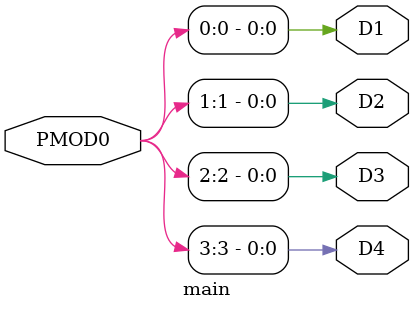
<source format=v>
module main (input [3:0] PMOD0, output  D4, output  D3, output  D2, output  D1);
assign D4 = PMOD0[3];
assign D3 = PMOD0[2];
assign D2 = PMOD0[1];
assign D1 = PMOD0[0];
endmodule


</source>
